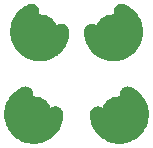
<source format=gbr>
%TF.GenerationSoftware,KiCad,Pcbnew,(5.1.6-0)*%
%TF.CreationDate,2020-12-23T18:17:54-08:00*%
%TF.ProjectId,loco-rollers-n,6c6f636f-2d72-46f6-9c6c-6572732d6e2e,R1*%
%TF.SameCoordinates,PX8f0d180PY7270e00*%
%TF.FileFunction,Soldermask,Bot*%
%TF.FilePolarity,Negative*%
%FSLAX46Y46*%
G04 Gerber Fmt 4.6, Leading zero omitted, Abs format (unit mm)*
G04 Created by KiCad (PCBNEW (5.1.6-0)) date 2020-12-23 18:17:54*
%MOMM*%
%LPD*%
G01*
G04 APERTURE LIST*
%ADD10C,3.000000*%
%ADD11C,0.900000*%
%ADD12C,0.100000*%
G04 APERTURE END LIST*
D10*
%TO.C,H1*%
X3000000Y10250000D03*
D11*
X1710000Y11540000D03*
X4825000Y10250000D03*
X4290000Y8960000D03*
X3000000Y8425000D03*
X1710000Y8960000D03*
X1175000Y10250000D03*
D12*
G36*
X3012720Y7750535D02*
G01*
X2996686Y7750423D01*
X2984474Y7750636D01*
X2806350Y7758102D01*
X2806360Y7758336D01*
X2804608Y7758412D01*
X2804597Y7758182D01*
X2798692Y7758470D01*
X2784730Y7759543D01*
X2768730Y7761225D01*
X2752789Y7762676D01*
X2740654Y7764080D01*
X2564087Y7788895D01*
X2562351Y7789145D01*
X2556481Y7790012D01*
X2542741Y7792435D01*
X2527035Y7795659D01*
X2511246Y7798671D01*
X2499309Y7801252D01*
X2326007Y7843178D01*
X2324297Y7843598D01*
X2318539Y7845034D01*
X2305098Y7848787D01*
X2289775Y7853531D01*
X2274376Y7858063D01*
X2262744Y7861798D01*
X2094359Y7920435D01*
X2092731Y7921008D01*
X2087141Y7922998D01*
X2074096Y7928058D01*
X2059325Y7934268D01*
X2044429Y7940286D01*
X2033214Y7945139D01*
X1871356Y8019927D01*
X1869755Y8020674D01*
X1864386Y8023201D01*
X1851943Y8029487D01*
X1837856Y8037104D01*
X1823594Y8044560D01*
X1812910Y8050482D01*
X1659139Y8140700D01*
X1659324Y8141015D01*
X1657806Y8141881D01*
X1657633Y8141591D01*
X1652552Y8144619D01*
X1640731Y8152119D01*
X1627380Y8161125D01*
X1613999Y8169881D01*
X1603942Y8176819D01*
X1459693Y8281622D01*
X1458309Y8282634D01*
X1453532Y8286155D01*
X1442500Y8294774D01*
X1430135Y8305004D01*
X1417629Y8315059D01*
X1408299Y8322943D01*
X1274965Y8441322D01*
X1273658Y8442490D01*
X1269248Y8446461D01*
X1259142Y8456086D01*
X1247850Y8467458D01*
X1236363Y8478706D01*
X1227844Y8487466D01*
X1106709Y8618281D01*
X1106963Y8618516D01*
X1105786Y8619831D01*
X1105514Y8619582D01*
X1101519Y8623957D01*
X1092393Y8634529D01*
X1082256Y8646959D01*
X1071930Y8659265D01*
X1064312Y8668808D01*
X956511Y8810830D01*
X955476Y8812203D01*
X951921Y8816954D01*
X943855Y8828387D01*
X934976Y8841751D01*
X925904Y8855001D01*
X919252Y8865244D01*
X825824Y9017109D01*
X824924Y9018585D01*
X821850Y9023660D01*
X814945Y9035813D01*
X807398Y9050006D01*
X799676Y9064053D01*
X794053Y9074901D01*
X715900Y9235141D01*
X716381Y9235376D01*
X715634Y9236935D01*
X715146Y9236701D01*
X712590Y9242033D01*
X706886Y9254840D01*
X700764Y9269694D01*
X694450Y9284426D01*
X689913Y9295770D01*
X627762Y9462889D01*
X627166Y9464508D01*
X625136Y9470084D01*
X620720Y9483358D01*
X616090Y9498696D01*
X611229Y9514019D01*
X607821Y9525750D01*
X562275Y9698136D01*
X561837Y9699818D01*
X560361Y9705566D01*
X557265Y9719192D01*
X554150Y9734927D01*
X550811Y9750635D01*
X548564Y9762642D01*
X520057Y9938650D01*
X519785Y9940365D01*
X518877Y9946229D01*
X517126Y9960088D01*
X515559Y9976066D01*
X513770Y9992023D01*
X512706Y10004184D01*
X501511Y10182116D01*
X501840Y10182137D01*
X501749Y10183875D01*
X501408Y10183856D01*
X501077Y10189758D01*
X500685Y10203757D01*
X500685Y10219782D01*
X500461Y10235872D01*
X500589Y10248077D01*
X506811Y10426249D01*
X507054Y10426241D01*
X507133Y10427995D01*
X506879Y10428006D01*
X507126Y10433915D01*
X508101Y10447870D01*
X509669Y10463860D01*
X511012Y10479848D01*
X512330Y10491983D01*
X535911Y10668718D01*
X536149Y10670456D01*
X536975Y10676332D01*
X539303Y10690095D01*
X542430Y10705887D01*
X545318Y10721622D01*
X547816Y10733582D01*
X588531Y10907173D01*
X588932Y10908855D01*
X590327Y10914623D01*
X593990Y10928109D01*
X598621Y10943447D01*
X603057Y10958917D01*
X606709Y10970569D01*
X664170Y11139358D01*
X664744Y11141026D01*
X666696Y11146630D01*
X671651Y11159672D01*
X677775Y11174528D01*
X683671Y11189421D01*
X688446Y11200672D01*
X762103Y11363048D01*
X762820Y11364614D01*
X765309Y11370002D01*
X771527Y11382530D01*
X779079Y11396733D01*
X786404Y11410985D01*
X792249Y11421706D01*
X881400Y11576119D01*
X882254Y11577586D01*
X885256Y11582705D01*
X892682Y11594591D01*
X901567Y11607963D01*
X910254Y11621443D01*
X917121Y11631548D01*
X1020914Y11776526D01*
X1021933Y11777939D01*
X1025421Y11782740D01*
X1033937Y11793798D01*
X1044060Y11806210D01*
X1054065Y11818833D01*
X1061880Y11828212D01*
X1179326Y11962369D01*
X1180493Y11963693D01*
X1184433Y11968130D01*
X1193975Y11978290D01*
X1205297Y11989691D01*
X1216442Y12001232D01*
X1225136Y12009806D01*
X1355101Y12131851D01*
X1355260Y12131682D01*
X1356539Y12132850D01*
X1356369Y12133033D01*
X1360712Y12137056D01*
X1371252Y12146285D01*
X1383646Y12156538D01*
X1395846Y12166920D01*
X1405334Y12174603D01*
X1546582Y12283378D01*
X1546799Y12283097D01*
X1548188Y12284186D01*
X1547986Y12284452D01*
X1552695Y12288027D01*
X1564062Y12296166D01*
X1577377Y12305147D01*
X1590560Y12314309D01*
X1600750Y12321027D01*
X1751954Y12415511D01*
X1752257Y12415027D01*
X1753721Y12416022D01*
X1753460Y12416446D01*
X1758506Y12419550D01*
X1770585Y12426523D01*
X1784649Y12434127D01*
X1798723Y12441993D01*
X1809528Y12447689D01*
X1969236Y12526968D01*
X1970804Y12527740D01*
X1976137Y12530341D01*
X1988845Y12536106D01*
X1991433Y12537194D01*
X1993968Y12538422D01*
X2005082Y12543475D01*
X2037322Y12557193D01*
X2038930Y12557870D01*
X2044406Y12560155D01*
X2057441Y12565172D01*
X2096594Y12578997D01*
X2119986Y12585992D01*
X2160301Y12595932D01*
X2184276Y12600614D01*
X2225369Y12606572D01*
X2249681Y12608892D01*
X2291158Y12610812D01*
X2315590Y12610747D01*
X2357058Y12608609D01*
X2381353Y12606163D01*
X2422414Y12599990D01*
X2446365Y12595182D01*
X2486627Y12585031D01*
X2509987Y12577911D01*
X2549067Y12563880D01*
X2571628Y12554512D01*
X2609152Y12536734D01*
X2630688Y12525210D01*
X2666298Y12503855D01*
X2686604Y12490287D01*
X2719961Y12465559D01*
X2738854Y12450068D01*
X2769637Y12422203D01*
X2786919Y12404950D01*
X2814837Y12374214D01*
X2830354Y12355357D01*
X2855140Y12322044D01*
X2868748Y12301754D01*
X2890164Y12266181D01*
X2901723Y12244668D01*
X2919566Y12207175D01*
X2928973Y12184632D01*
X2943072Y12145576D01*
X2950234Y12122224D01*
X2960454Y12081980D01*
X2965301Y12058045D01*
X2971546Y12016995D01*
X2974036Y11992695D01*
X2976245Y11951231D01*
X2976351Y11926804D01*
X2974503Y11885323D01*
X2972226Y11861011D01*
X2966340Y11819908D01*
X2961699Y11795921D01*
X2951829Y11755589D01*
X2944873Y11732180D01*
X2931115Y11693003D01*
X2921904Y11670377D01*
X2904388Y11632730D01*
X2893017Y11611117D01*
X2871911Y11575358D01*
X2858484Y11554956D01*
X2833990Y11521428D01*
X2818632Y11502430D01*
X2790983Y11471453D01*
X2773854Y11454053D01*
X2743315Y11425921D01*
X2724557Y11410264D01*
X2691417Y11385247D01*
X2671233Y11371505D01*
X2635810Y11349840D01*
X2614371Y11338127D01*
X2577003Y11320023D01*
X2565880Y11314966D01*
X2551811Y11308980D01*
X2439355Y11253156D01*
X2344133Y11193654D01*
X2255183Y11125154D01*
X2173346Y11048304D01*
X2099390Y10963825D01*
X2034022Y10872520D01*
X1977890Y10775297D01*
X1931509Y10673051D01*
X1895324Y10566760D01*
X1869688Y10457458D01*
X1854837Y10346159D01*
X1850919Y10233954D01*
X1857970Y10121898D01*
X1875919Y10011071D01*
X1904602Y9902513D01*
X1943734Y9797290D01*
X1992956Y9696370D01*
X2051786Y9600743D01*
X2119668Y9511312D01*
X2195949Y9428935D01*
X2279910Y9354392D01*
X2370743Y9288397D01*
X2467587Y9231579D01*
X2569502Y9184487D01*
X2675540Y9147561D01*
X2784660Y9121163D01*
X2895848Y9105536D01*
X3008026Y9100835D01*
X3120124Y9107103D01*
X3231067Y9124277D01*
X3339830Y9152202D01*
X3445333Y9190602D01*
X3546586Y9239115D01*
X3642619Y9297274D01*
X3732518Y9364526D01*
X3815434Y9440240D01*
X3890562Y9523678D01*
X3957186Y9614044D01*
X4014679Y9710490D01*
X4062479Y9812069D01*
X4100144Y9917846D01*
X4127308Y10026792D01*
X4143707Y10137851D01*
X4150805Y10282974D01*
X4150896Y10284706D01*
X4151227Y10290631D01*
X4152396Y10304557D01*
X4157025Y10345820D01*
X4160930Y10369927D01*
X4169563Y10410542D01*
X4175802Y10434155D01*
X4188357Y10473734D01*
X4196871Y10496628D01*
X4213228Y10534792D01*
X4223936Y10556746D01*
X4243940Y10593133D01*
X4256738Y10613936D01*
X4280197Y10648197D01*
X4294964Y10667652D01*
X4321654Y10699460D01*
X4338249Y10717381D01*
X4367915Y10746432D01*
X4386177Y10762646D01*
X4418537Y10788665D01*
X4438306Y10803028D01*
X4473051Y10825763D01*
X4494107Y10838116D01*
X4530904Y10857354D01*
X4553082Y10867602D01*
X4591580Y10883156D01*
X4614650Y10891190D01*
X4654484Y10902913D01*
X4678216Y10908654D01*
X4719002Y10916435D01*
X4743195Y10919835D01*
X4784547Y10923598D01*
X4808943Y10924621D01*
X4850464Y10924332D01*
X4874860Y10922968D01*
X4916155Y10918627D01*
X4940293Y10914890D01*
X4980967Y10906540D01*
X5004616Y10900468D01*
X5044282Y10888190D01*
X5067237Y10879835D01*
X5105514Y10863745D01*
X5127542Y10853191D01*
X5164067Y10833442D01*
X5184958Y10820790D01*
X5219382Y10797571D01*
X5238945Y10782936D01*
X5270938Y10756468D01*
X5288965Y10740008D01*
X5318224Y10710546D01*
X5334578Y10692382D01*
X5360820Y10660204D01*
X5375307Y10640554D01*
X5398286Y10605969D01*
X5410794Y10584988D01*
X5430288Y10548326D01*
X5440690Y10526219D01*
X5456512Y10487830D01*
X5464703Y10464829D01*
X5476705Y10425079D01*
X5482615Y10401376D01*
X5490680Y10360645D01*
X5494248Y10336482D01*
X5498300Y10295157D01*
X5499493Y10270761D01*
X5499493Y10229239D01*
X5499195Y10217027D01*
X5490485Y10038938D01*
X5490394Y10037205D01*
X5490063Y10031280D01*
X5488894Y10017360D01*
X5487104Y10001401D01*
X5485537Y9985423D01*
X5484049Y9973304D01*
X5458002Y9796915D01*
X5457740Y9795181D01*
X5456832Y9789317D01*
X5454312Y9775590D01*
X5450982Y9759924D01*
X5447859Y9744151D01*
X5445193Y9732225D01*
X5402058Y9559220D01*
X5401626Y9557511D01*
X5400150Y9551764D01*
X5396304Y9538356D01*
X5391455Y9523073D01*
X5386814Y9507698D01*
X5382998Y9496089D01*
X5323191Y9328130D01*
X5322994Y9328200D01*
X5322407Y9326539D01*
X5322593Y9326471D01*
X5320570Y9320912D01*
X5315423Y9307910D01*
X5309097Y9293152D01*
X5302984Y9278321D01*
X5298055Y9267145D01*
X5222138Y9105814D01*
X5221480Y9106124D01*
X5220907Y9104452D01*
X5221383Y9104224D01*
X5218823Y9098881D01*
X5212442Y9086466D01*
X5204733Y9072444D01*
X5197172Y9058224D01*
X5191177Y9047585D01*
X5099879Y8894431D01*
X5098983Y8892939D01*
X5095909Y8887863D01*
X5088344Y8876125D01*
X5079271Y8862874D01*
X5070389Y8849506D01*
X5063384Y8839502D01*
X4957577Y8695989D01*
X4956536Y8694587D01*
X4952981Y8689835D01*
X4944310Y8678895D01*
X4933977Y8666581D01*
X4923847Y8654160D01*
X4915898Y8644885D01*
X4796603Y8512394D01*
X4796559Y8512433D01*
X4795366Y8511087D01*
X4795394Y8511061D01*
X4791404Y8506692D01*
X4781719Y8496663D01*
X4770295Y8485475D01*
X4758932Y8474034D01*
X4750123Y8465587D01*
X4618456Y8345357D01*
X4617167Y8344188D01*
X4612757Y8340217D01*
X4602122Y8331166D01*
X4589568Y8321072D01*
X4577231Y8310867D01*
X4567640Y8303319D01*
X4424868Y8196512D01*
X4423489Y8195488D01*
X4418713Y8191966D01*
X4407215Y8183974D01*
X4393772Y8175178D01*
X4380490Y8166219D01*
X4370195Y8159635D01*
X4217697Y8067279D01*
X4217592Y8067452D01*
X4216079Y8066530D01*
X4216177Y8066366D01*
X4211098Y8063338D01*
X4198903Y8056522D01*
X4184680Y8049086D01*
X4170542Y8041443D01*
X4159671Y8035904D01*
X3998883Y7958867D01*
X3998857Y7958921D01*
X3997256Y7958165D01*
X3997283Y7958108D01*
X3991921Y7955585D01*
X3979126Y7949995D01*
X3964226Y7943975D01*
X3949457Y7937767D01*
X3938081Y7933308D01*
X3770550Y7872331D01*
X3770525Y7872401D01*
X3768843Y7871794D01*
X3768867Y7871725D01*
X3763298Y7869742D01*
X3750023Y7865429D01*
X3734671Y7860910D01*
X3719281Y7856147D01*
X3707534Y7852823D01*
X3534846Y7808484D01*
X3534782Y7808734D01*
X3533096Y7808345D01*
X3533167Y7808060D01*
X3527428Y7806628D01*
X3513742Y7803618D01*
X3497957Y7800607D01*
X3482248Y7797383D01*
X3470230Y7795221D01*
X3294047Y7767947D01*
X3294017Y7768144D01*
X3292303Y7767872D01*
X3292330Y7767687D01*
X3286472Y7766821D01*
X3272566Y7765162D01*
X3256566Y7763706D01*
X3240615Y7762030D01*
X3228446Y7761051D01*
X3050436Y7751098D01*
X3050409Y7751574D01*
X3048685Y7751467D01*
X3048708Y7751007D01*
X3042803Y7750717D01*
X3028785Y7750422D01*
X3012720Y7750535D01*
G37*
%TD*%
D10*
%TO.C,H2*%
X2500000Y3250000D03*
D11*
X1210000Y4540000D03*
X4325000Y3250000D03*
X3790000Y1960000D03*
X2500000Y1425000D03*
X1210000Y1960000D03*
X675000Y3250000D03*
D12*
G36*
X2512720Y750535D02*
G01*
X2496686Y750423D01*
X2484474Y750636D01*
X2306350Y758102D01*
X2306360Y758336D01*
X2304608Y758412D01*
X2304597Y758182D01*
X2298692Y758470D01*
X2284730Y759543D01*
X2268730Y761225D01*
X2252789Y762676D01*
X2240654Y764080D01*
X2064087Y788895D01*
X2062351Y789145D01*
X2056481Y790012D01*
X2042741Y792435D01*
X2027035Y795659D01*
X2011246Y798671D01*
X1999309Y801252D01*
X1826007Y843178D01*
X1824297Y843598D01*
X1818539Y845034D01*
X1805098Y848787D01*
X1789775Y853531D01*
X1774376Y858063D01*
X1762744Y861798D01*
X1594359Y920435D01*
X1592731Y921008D01*
X1587141Y922998D01*
X1574096Y928058D01*
X1559325Y934268D01*
X1544429Y940286D01*
X1533214Y945139D01*
X1371356Y1019927D01*
X1369755Y1020674D01*
X1364386Y1023201D01*
X1351943Y1029487D01*
X1337856Y1037104D01*
X1323594Y1044560D01*
X1312910Y1050482D01*
X1159139Y1140700D01*
X1159324Y1141015D01*
X1157806Y1141881D01*
X1157633Y1141591D01*
X1152552Y1144619D01*
X1140731Y1152119D01*
X1127380Y1161125D01*
X1113999Y1169881D01*
X1103942Y1176819D01*
X959693Y1281622D01*
X958309Y1282634D01*
X953532Y1286155D01*
X942500Y1294774D01*
X930135Y1305004D01*
X917629Y1315059D01*
X908299Y1322943D01*
X774965Y1441322D01*
X773658Y1442490D01*
X769248Y1446461D01*
X759142Y1456086D01*
X747850Y1467458D01*
X736363Y1478706D01*
X727844Y1487466D01*
X606709Y1618281D01*
X606963Y1618516D01*
X605786Y1619831D01*
X605514Y1619582D01*
X601519Y1623957D01*
X592393Y1634529D01*
X582256Y1646959D01*
X571930Y1659265D01*
X564312Y1668808D01*
X456511Y1810830D01*
X455476Y1812203D01*
X451921Y1816954D01*
X443855Y1828387D01*
X434976Y1841751D01*
X425904Y1855001D01*
X419252Y1865244D01*
X325824Y2017109D01*
X324924Y2018585D01*
X321850Y2023660D01*
X314945Y2035813D01*
X307398Y2050006D01*
X299676Y2064053D01*
X294053Y2074901D01*
X215900Y2235141D01*
X216381Y2235376D01*
X215634Y2236935D01*
X215146Y2236701D01*
X212590Y2242033D01*
X206886Y2254840D01*
X200764Y2269694D01*
X194450Y2284426D01*
X189913Y2295770D01*
X127762Y2462889D01*
X127166Y2464508D01*
X125136Y2470084D01*
X120720Y2483358D01*
X116090Y2498696D01*
X111229Y2514019D01*
X107821Y2525750D01*
X62275Y2698136D01*
X61837Y2699818D01*
X60361Y2705566D01*
X57265Y2719192D01*
X54150Y2734927D01*
X50811Y2750635D01*
X48564Y2762642D01*
X20057Y2938650D01*
X19785Y2940365D01*
X18877Y2946229D01*
X17126Y2960088D01*
X15559Y2976066D01*
X13770Y2992023D01*
X12706Y3004184D01*
X1511Y3182116D01*
X1840Y3182137D01*
X1749Y3183875D01*
X1408Y3183856D01*
X1077Y3189758D01*
X685Y3203757D01*
X685Y3219782D01*
X461Y3235872D01*
X589Y3248077D01*
X6811Y3426249D01*
X7054Y3426241D01*
X7133Y3427995D01*
X6879Y3428006D01*
X7126Y3433915D01*
X8101Y3447870D01*
X9669Y3463860D01*
X11012Y3479848D01*
X12330Y3491983D01*
X35911Y3668718D01*
X36149Y3670456D01*
X36975Y3676332D01*
X39303Y3690095D01*
X42430Y3705887D01*
X45318Y3721622D01*
X47816Y3733582D01*
X88531Y3907173D01*
X88932Y3908855D01*
X90327Y3914623D01*
X93990Y3928109D01*
X98621Y3943447D01*
X103057Y3958917D01*
X106709Y3970569D01*
X164170Y4139358D01*
X164744Y4141026D01*
X166696Y4146630D01*
X171651Y4159672D01*
X177775Y4174528D01*
X183671Y4189421D01*
X188446Y4200672D01*
X262103Y4363048D01*
X262820Y4364614D01*
X265309Y4370002D01*
X271527Y4382530D01*
X279079Y4396733D01*
X286404Y4410985D01*
X292249Y4421706D01*
X381400Y4576119D01*
X382254Y4577586D01*
X385256Y4582705D01*
X392682Y4594591D01*
X401567Y4607963D01*
X410254Y4621443D01*
X417121Y4631548D01*
X520914Y4776526D01*
X521933Y4777939D01*
X525421Y4782740D01*
X533937Y4793798D01*
X544060Y4806210D01*
X554065Y4818833D01*
X561880Y4828212D01*
X679326Y4962369D01*
X680493Y4963693D01*
X684433Y4968130D01*
X693975Y4978290D01*
X705297Y4989691D01*
X716442Y5001232D01*
X725136Y5009806D01*
X855101Y5131851D01*
X855260Y5131682D01*
X856539Y5132850D01*
X856369Y5133033D01*
X860712Y5137056D01*
X871252Y5146285D01*
X883646Y5156538D01*
X895846Y5166920D01*
X905334Y5174603D01*
X1046582Y5283378D01*
X1046799Y5283097D01*
X1048188Y5284186D01*
X1047986Y5284452D01*
X1052695Y5288027D01*
X1064062Y5296166D01*
X1077377Y5305147D01*
X1090560Y5314309D01*
X1100750Y5321027D01*
X1251954Y5415511D01*
X1252257Y5415027D01*
X1253721Y5416022D01*
X1253460Y5416446D01*
X1258506Y5419550D01*
X1270585Y5426523D01*
X1284649Y5434127D01*
X1298723Y5441993D01*
X1309528Y5447689D01*
X1469236Y5526968D01*
X1470804Y5527740D01*
X1476137Y5530341D01*
X1488845Y5536106D01*
X1491433Y5537194D01*
X1493968Y5538422D01*
X1505082Y5543475D01*
X1537322Y5557193D01*
X1538930Y5557870D01*
X1544406Y5560155D01*
X1557441Y5565172D01*
X1596594Y5578997D01*
X1619986Y5585992D01*
X1660301Y5595932D01*
X1684276Y5600614D01*
X1725369Y5606572D01*
X1749681Y5608892D01*
X1791158Y5610812D01*
X1815590Y5610747D01*
X1857058Y5608609D01*
X1881353Y5606163D01*
X1922414Y5599990D01*
X1946365Y5595182D01*
X1986627Y5585031D01*
X2009987Y5577911D01*
X2049067Y5563880D01*
X2071628Y5554512D01*
X2109152Y5536734D01*
X2130688Y5525210D01*
X2166298Y5503855D01*
X2186604Y5490287D01*
X2219961Y5465559D01*
X2238854Y5450068D01*
X2269637Y5422203D01*
X2286919Y5404950D01*
X2314837Y5374214D01*
X2330354Y5355357D01*
X2355140Y5322044D01*
X2368748Y5301754D01*
X2390164Y5266181D01*
X2401723Y5244668D01*
X2419566Y5207175D01*
X2428973Y5184632D01*
X2443072Y5145576D01*
X2450234Y5122224D01*
X2460454Y5081980D01*
X2465301Y5058045D01*
X2471546Y5016995D01*
X2474036Y4992695D01*
X2476245Y4951231D01*
X2476351Y4926804D01*
X2474503Y4885323D01*
X2472226Y4861011D01*
X2466340Y4819908D01*
X2461699Y4795921D01*
X2451829Y4755589D01*
X2444873Y4732180D01*
X2431115Y4693003D01*
X2421904Y4670377D01*
X2404388Y4632730D01*
X2393017Y4611117D01*
X2371911Y4575358D01*
X2358484Y4554956D01*
X2333990Y4521428D01*
X2318632Y4502430D01*
X2290983Y4471453D01*
X2273854Y4454053D01*
X2243315Y4425921D01*
X2224557Y4410264D01*
X2191417Y4385247D01*
X2171233Y4371505D01*
X2135810Y4349840D01*
X2114371Y4338127D01*
X2077003Y4320023D01*
X2065880Y4314966D01*
X2051811Y4308980D01*
X1939355Y4253156D01*
X1844133Y4193654D01*
X1755183Y4125154D01*
X1673346Y4048304D01*
X1599390Y3963825D01*
X1534022Y3872520D01*
X1477890Y3775297D01*
X1431509Y3673051D01*
X1395324Y3566760D01*
X1369688Y3457458D01*
X1354837Y3346159D01*
X1350919Y3233954D01*
X1357970Y3121898D01*
X1375919Y3011071D01*
X1404602Y2902513D01*
X1443734Y2797290D01*
X1492956Y2696370D01*
X1551786Y2600743D01*
X1619668Y2511312D01*
X1695949Y2428935D01*
X1779910Y2354392D01*
X1870743Y2288397D01*
X1967587Y2231579D01*
X2069502Y2184487D01*
X2175540Y2147561D01*
X2284660Y2121163D01*
X2395848Y2105536D01*
X2508026Y2100835D01*
X2620124Y2107103D01*
X2731067Y2124277D01*
X2839830Y2152202D01*
X2945333Y2190602D01*
X3046586Y2239115D01*
X3142619Y2297274D01*
X3232518Y2364526D01*
X3315434Y2440240D01*
X3390562Y2523678D01*
X3457186Y2614044D01*
X3514679Y2710490D01*
X3562479Y2812069D01*
X3600144Y2917846D01*
X3627308Y3026792D01*
X3643707Y3137851D01*
X3650805Y3282974D01*
X3650896Y3284706D01*
X3651227Y3290631D01*
X3652396Y3304557D01*
X3657025Y3345820D01*
X3660930Y3369927D01*
X3669563Y3410542D01*
X3675802Y3434155D01*
X3688357Y3473734D01*
X3696871Y3496628D01*
X3713228Y3534792D01*
X3723936Y3556746D01*
X3743940Y3593133D01*
X3756738Y3613936D01*
X3780197Y3648197D01*
X3794964Y3667652D01*
X3821654Y3699460D01*
X3838249Y3717381D01*
X3867915Y3746432D01*
X3886177Y3762646D01*
X3918537Y3788665D01*
X3938306Y3803028D01*
X3973051Y3825763D01*
X3994107Y3838116D01*
X4030904Y3857354D01*
X4053082Y3867602D01*
X4091580Y3883156D01*
X4114650Y3891190D01*
X4154484Y3902913D01*
X4178216Y3908654D01*
X4219002Y3916435D01*
X4243195Y3919835D01*
X4284547Y3923598D01*
X4308943Y3924621D01*
X4350464Y3924332D01*
X4374860Y3922968D01*
X4416155Y3918627D01*
X4440293Y3914890D01*
X4480967Y3906540D01*
X4504616Y3900468D01*
X4544282Y3888190D01*
X4567237Y3879835D01*
X4605514Y3863745D01*
X4627542Y3853191D01*
X4664067Y3833442D01*
X4684958Y3820790D01*
X4719382Y3797571D01*
X4738945Y3782936D01*
X4770938Y3756468D01*
X4788965Y3740008D01*
X4818224Y3710546D01*
X4834578Y3692382D01*
X4860820Y3660204D01*
X4875307Y3640554D01*
X4898286Y3605969D01*
X4910794Y3584988D01*
X4930288Y3548326D01*
X4940690Y3526219D01*
X4956512Y3487830D01*
X4964703Y3464829D01*
X4976705Y3425079D01*
X4982615Y3401376D01*
X4990680Y3360645D01*
X4994248Y3336482D01*
X4998300Y3295157D01*
X4999493Y3270761D01*
X4999493Y3229239D01*
X4999195Y3217027D01*
X4990485Y3038938D01*
X4990394Y3037205D01*
X4990063Y3031280D01*
X4988894Y3017360D01*
X4987104Y3001401D01*
X4985537Y2985423D01*
X4984049Y2973304D01*
X4958002Y2796915D01*
X4957740Y2795181D01*
X4956832Y2789317D01*
X4954312Y2775590D01*
X4950982Y2759924D01*
X4947859Y2744151D01*
X4945193Y2732225D01*
X4902058Y2559220D01*
X4901626Y2557511D01*
X4900150Y2551764D01*
X4896304Y2538356D01*
X4891455Y2523073D01*
X4886814Y2507698D01*
X4882998Y2496089D01*
X4823191Y2328130D01*
X4822994Y2328200D01*
X4822407Y2326539D01*
X4822593Y2326471D01*
X4820570Y2320912D01*
X4815423Y2307910D01*
X4809097Y2293152D01*
X4802984Y2278321D01*
X4798055Y2267145D01*
X4722138Y2105814D01*
X4721480Y2106124D01*
X4720907Y2104452D01*
X4721383Y2104224D01*
X4718823Y2098881D01*
X4712442Y2086466D01*
X4704733Y2072444D01*
X4697172Y2058224D01*
X4691177Y2047585D01*
X4599879Y1894431D01*
X4598983Y1892939D01*
X4595909Y1887863D01*
X4588344Y1876125D01*
X4579271Y1862874D01*
X4570389Y1849506D01*
X4563384Y1839502D01*
X4457577Y1695989D01*
X4456536Y1694587D01*
X4452981Y1689835D01*
X4444310Y1678895D01*
X4433977Y1666581D01*
X4423847Y1654160D01*
X4415898Y1644885D01*
X4296603Y1512394D01*
X4296559Y1512433D01*
X4295366Y1511087D01*
X4295394Y1511061D01*
X4291404Y1506692D01*
X4281719Y1496663D01*
X4270295Y1485475D01*
X4258932Y1474034D01*
X4250123Y1465587D01*
X4118456Y1345357D01*
X4117167Y1344188D01*
X4112757Y1340217D01*
X4102122Y1331166D01*
X4089568Y1321072D01*
X4077231Y1310867D01*
X4067640Y1303319D01*
X3924868Y1196512D01*
X3923489Y1195488D01*
X3918713Y1191966D01*
X3907215Y1183974D01*
X3893772Y1175178D01*
X3880490Y1166219D01*
X3870195Y1159635D01*
X3717697Y1067279D01*
X3717592Y1067452D01*
X3716079Y1066530D01*
X3716177Y1066366D01*
X3711098Y1063338D01*
X3698903Y1056522D01*
X3684680Y1049086D01*
X3670542Y1041443D01*
X3659671Y1035904D01*
X3498883Y958867D01*
X3498857Y958921D01*
X3497256Y958165D01*
X3497283Y958108D01*
X3491921Y955585D01*
X3479126Y949995D01*
X3464226Y943975D01*
X3449457Y937767D01*
X3438081Y933308D01*
X3270550Y872331D01*
X3270525Y872401D01*
X3268843Y871794D01*
X3268867Y871725D01*
X3263298Y869742D01*
X3250023Y865429D01*
X3234671Y860910D01*
X3219281Y856147D01*
X3207534Y852823D01*
X3034846Y808484D01*
X3034782Y808734D01*
X3033096Y808345D01*
X3033167Y808060D01*
X3027428Y806628D01*
X3013742Y803618D01*
X2997957Y800607D01*
X2982248Y797383D01*
X2970230Y795221D01*
X2794047Y767947D01*
X2794017Y768144D01*
X2792303Y767872D01*
X2792330Y767687D01*
X2786472Y766821D01*
X2772566Y765162D01*
X2756566Y763706D01*
X2740615Y762030D01*
X2728446Y761051D01*
X2550436Y751098D01*
X2550409Y751574D01*
X2548685Y751467D01*
X2548708Y751007D01*
X2542803Y750717D01*
X2528785Y750422D01*
X2512720Y750535D01*
G37*
%TD*%
%TO.C,H3*%
G36*
X9970334Y12610536D02*
G01*
X9994730Y12609300D01*
X10036047Y12605176D01*
X10060203Y12601566D01*
X10100920Y12593430D01*
X10124610Y12587479D01*
X10164340Y12575408D01*
X10187337Y12567174D01*
X10225698Y12551284D01*
X10236865Y12546335D01*
X10398064Y12470136D01*
X10399627Y12469391D01*
X10404974Y12466818D01*
X10417401Y12460404D01*
X10431448Y12452649D01*
X10445601Y12445092D01*
X10456234Y12439076D01*
X10609221Y12347516D01*
X10609074Y12347270D01*
X10610526Y12346362D01*
X10610689Y12346630D01*
X10615749Y12343555D01*
X10627523Y12335940D01*
X10640758Y12326843D01*
X10654102Y12317944D01*
X10664097Y12310919D01*
X10807426Y12204861D01*
X10808814Y12203826D01*
X10813560Y12200263D01*
X10824500Y12191562D01*
X10836784Y12181218D01*
X10849201Y12171054D01*
X10858459Y12163090D01*
X10990738Y12043566D01*
X10990646Y12043464D01*
X10991999Y12042305D01*
X10992057Y12042368D01*
X10996419Y12038371D01*
X11006452Y12028648D01*
X11017643Y12017179D01*
X11029025Y12005837D01*
X11037464Y11997006D01*
X11157464Y11865129D01*
X11158638Y11863830D01*
X11162601Y11859413D01*
X11171632Y11848764D01*
X11181681Y11836220D01*
X11191875Y11823854D01*
X11199415Y11814238D01*
X11305964Y11671290D01*
X11305511Y11670953D01*
X11306563Y11669590D01*
X11306990Y11669904D01*
X11310496Y11665133D01*
X11318477Y11653608D01*
X11327223Y11640190D01*
X11336188Y11626849D01*
X11342752Y11616546D01*
X11434845Y11463882D01*
X11434635Y11463755D01*
X11435538Y11462261D01*
X11435742Y11462382D01*
X11438766Y11457290D01*
X11445568Y11445071D01*
X11452987Y11430820D01*
X11460591Y11416696D01*
X11466115Y11405807D01*
X11542872Y11244883D01*
X11542199Y11244562D01*
X11542903Y11243019D01*
X11543599Y11243345D01*
X11546112Y11237984D01*
X11551710Y11225114D01*
X11557690Y11210236D01*
X11563889Y11195418D01*
X11568327Y11184034D01*
X11629017Y11016378D01*
X11629600Y11014751D01*
X11631581Y11009158D01*
X11635879Y10995853D01*
X11640380Y10980461D01*
X11645103Y10965107D01*
X11648408Y10953347D01*
X11692448Y10780570D01*
X11692868Y10778900D01*
X11694294Y10773140D01*
X11697275Y10759466D01*
X11700244Y10743747D01*
X11703453Y10727977D01*
X11705596Y10715948D01*
X11732566Y10539697D01*
X11732821Y10537986D01*
X11733678Y10532114D01*
X11735310Y10518224D01*
X11736731Y10502300D01*
X11738386Y10486282D01*
X11739344Y10474102D01*
X11748986Y10296077D01*
X11748605Y10296056D01*
X11748703Y10294300D01*
X11749075Y10294318D01*
X11749354Y10288414D01*
X11749623Y10274422D01*
X11749483Y10258431D01*
X11749567Y10242323D01*
X11749332Y10230112D01*
X11741555Y10052000D01*
X11741276Y10052012D01*
X11741194Y10050283D01*
X11741473Y10050269D01*
X11741175Y10044362D01*
X11740076Y10030376D01*
X11738366Y10014382D01*
X11736888Y9998451D01*
X11735463Y9986315D01*
X11710342Y9809808D01*
X11709961Y9809862D01*
X11709735Y9808105D01*
X11710086Y9808053D01*
X11709211Y9802198D01*
X11706761Y9788445D01*
X11703524Y9772815D01*
X11700473Y9756973D01*
X11697871Y9745039D01*
X11655643Y9571809D01*
X11655229Y9570135D01*
X11653784Y9564380D01*
X11649998Y9550911D01*
X11645211Y9535543D01*
X11640664Y9520194D01*
X11636912Y9508575D01*
X11577982Y9340295D01*
X11577404Y9338665D01*
X11575404Y9333078D01*
X11570328Y9320055D01*
X11564051Y9305196D01*
X11558037Y9290386D01*
X11553169Y9279191D01*
X11478097Y9117463D01*
X11477357Y9115883D01*
X11474821Y9110518D01*
X11468502Y9098063D01*
X11460833Y9083940D01*
X11453383Y9069749D01*
X11447442Y9059075D01*
X11356947Y8905445D01*
X11356065Y8903960D01*
X11353018Y8898868D01*
X11345506Y8887075D01*
X11336518Y8873800D01*
X11327696Y8860370D01*
X11320742Y8850328D01*
X11215689Y8706263D01*
X11214662Y8704865D01*
X11211132Y8700094D01*
X11202509Y8689095D01*
X11192229Y8676713D01*
X11182173Y8664251D01*
X11174275Y8654938D01*
X11055674Y8521823D01*
X11055620Y8521871D01*
X11054440Y8520526D01*
X11054479Y8520491D01*
X11050512Y8516101D01*
X11040872Y8506014D01*
X11029479Y8494740D01*
X11018208Y8483271D01*
X11009440Y8474775D01*
X10878415Y8353868D01*
X10878270Y8354025D01*
X10876986Y8352845D01*
X10877129Y8352688D01*
X10872754Y8348706D01*
X10862142Y8339578D01*
X10849662Y8329436D01*
X10837372Y8319160D01*
X10827811Y8311554D01*
X10685600Y8204001D01*
X10684191Y8202943D01*
X10679433Y8199397D01*
X10668019Y8191376D01*
X10654655Y8182531D01*
X10641378Y8173474D01*
X10631120Y8166837D01*
X10479113Y8073688D01*
X10478987Y8073893D01*
X10477488Y8072986D01*
X10477614Y8072777D01*
X10472553Y8069723D01*
X10460366Y8062827D01*
X10446175Y8055313D01*
X10432104Y8047610D01*
X10421249Y8042007D01*
X10260863Y7964128D01*
X10260447Y7964984D01*
X10258915Y7964206D01*
X10259309Y7963380D01*
X10253965Y7960830D01*
X10241161Y7955155D01*
X10226267Y7949047D01*
X10211541Y7942766D01*
X10200195Y7938250D01*
X10032983Y7876397D01*
X10032873Y7876694D01*
X10031230Y7876044D01*
X10031322Y7875789D01*
X10025756Y7873774D01*
X10012494Y7869388D01*
X9997148Y7864784D01*
X9981809Y7859948D01*
X9970075Y7856561D01*
X9797625Y7811320D01*
X9797557Y7811580D01*
X9795866Y7811107D01*
X9795924Y7810879D01*
X9790199Y7809419D01*
X9776546Y7806342D01*
X9760774Y7803248D01*
X9745084Y7799942D01*
X9733077Y7797716D01*
X9557040Y7769520D01*
X9557015Y7769678D01*
X9555271Y7769418D01*
X9555297Y7769248D01*
X9549444Y7768352D01*
X9535570Y7766623D01*
X9519549Y7765081D01*
X9503645Y7763325D01*
X9491476Y7762281D01*
X9313521Y7751396D01*
X9313495Y7751822D01*
X9311773Y7751721D01*
X9311796Y7751297D01*
X9305893Y7750976D01*
X9291868Y7750607D01*
X9275800Y7750636D01*
X9259779Y7750440D01*
X9247561Y7750589D01*
X9069379Y7757123D01*
X9067630Y7757193D01*
X9061701Y7757452D01*
X9047773Y7758451D01*
X9031803Y7760046D01*
X9015817Y7761416D01*
X9003673Y7762756D01*
X8826979Y7786646D01*
X8825256Y7786885D01*
X8819381Y7787721D01*
X8805615Y7790074D01*
X8789838Y7793227D01*
X8774083Y7796147D01*
X8762137Y7798664D01*
X8588638Y7839677D01*
X8588672Y7839821D01*
X8586931Y7840232D01*
X8586898Y7840095D01*
X8581155Y7841495D01*
X8567686Y7845180D01*
X8552362Y7849836D01*
X8536901Y7854299D01*
X8525257Y7857970D01*
X8356579Y7915721D01*
X8356643Y7915909D01*
X8354976Y7916498D01*
X8354907Y7916301D01*
X8349324Y7918256D01*
X8336269Y7923241D01*
X8321461Y7929375D01*
X8306532Y7935316D01*
X8295292Y7940110D01*
X8133045Y8014051D01*
X8131484Y8014769D01*
X8126101Y8017267D01*
X8113580Y8023509D01*
X8099379Y8031092D01*
X8085160Y8038431D01*
X8074447Y8044296D01*
X7920196Y8133712D01*
X7920912Y8134946D01*
X7919392Y8135801D01*
X7918682Y8134596D01*
X7913575Y8137604D01*
X7901741Y8145027D01*
X7888385Y8153934D01*
X7874900Y8162659D01*
X7864818Y8169537D01*
X7720022Y8273583D01*
X7720023Y8273585D01*
X7718599Y8274612D01*
X7713813Y8278102D01*
X7702762Y8286644D01*
X7690371Y8296787D01*
X7677781Y8306801D01*
X7668409Y8314638D01*
X7534467Y8432310D01*
X7534956Y8432867D01*
X7533639Y8433991D01*
X7533166Y8433460D01*
X7528747Y8437396D01*
X7518553Y8447002D01*
X7507220Y8458296D01*
X7495659Y8469500D01*
X7487097Y8478213D01*
X7365280Y8608391D01*
X7365442Y8608543D01*
X7364192Y8609786D01*
X7364079Y8609682D01*
X7360062Y8614035D01*
X7350884Y8624556D01*
X7340666Y8636952D01*
X7330284Y8649194D01*
X7322619Y8658693D01*
X7214075Y8800149D01*
X7213026Y8801526D01*
X7209446Y8806259D01*
X7201324Y8817646D01*
X7192393Y8830938D01*
X7183240Y8844156D01*
X7176529Y8854371D01*
X7082318Y9005729D01*
X7082652Y9005937D01*
X7081707Y9007433D01*
X7081387Y9007237D01*
X7078297Y9012279D01*
X7071336Y9024384D01*
X7063735Y9038499D01*
X7055909Y9052562D01*
X7050237Y9063366D01*
X6971237Y9223210D01*
X6970470Y9224777D01*
X6967878Y9230115D01*
X6962130Y9242845D01*
X6955938Y9257648D01*
X6949540Y9272362D01*
X6944942Y9283684D01*
X6881916Y9450475D01*
X6881306Y9452108D01*
X6879247Y9457674D01*
X6874771Y9470898D01*
X6870043Y9486266D01*
X6865115Y9501524D01*
X6861646Y9513234D01*
X6815198Y9685379D01*
X6814751Y9687060D01*
X6813245Y9692800D01*
X6810078Y9706405D01*
X6806876Y9722142D01*
X6803459Y9737815D01*
X6801149Y9749814D01*
X6771721Y9925671D01*
X6771436Y9927411D01*
X6770498Y9933270D01*
X6768679Y9947088D01*
X6767035Y9962998D01*
X6765154Y9979011D01*
X6764027Y9991166D01*
X6751900Y10169054D01*
X6751789Y10170765D01*
X6751426Y10176688D01*
X6750961Y10190687D01*
X6750947Y10193487D01*
X6750784Y10196262D01*
X6750369Y10208471D01*
X6750032Y10243507D01*
X6750021Y10245238D01*
X6750005Y10251172D01*
X6750358Y10265146D01*
X6752567Y10306610D01*
X6755055Y10330899D01*
X6761298Y10371948D01*
X6766148Y10395896D01*
X6776369Y10436142D01*
X6783529Y10459488D01*
X6797627Y10498543D01*
X6807035Y10521090D01*
X6824878Y10558583D01*
X6836435Y10580094D01*
X6857851Y10615668D01*
X6871456Y10635953D01*
X6896241Y10669267D01*
X6911760Y10688127D01*
X6939677Y10718863D01*
X6956965Y10736123D01*
X6987749Y10763988D01*
X7006636Y10779474D01*
X7039992Y10804202D01*
X7060296Y10817770D01*
X7095906Y10839126D01*
X7117450Y10850654D01*
X7154973Y10868431D01*
X7177525Y10877795D01*
X7216605Y10891827D01*
X7239965Y10898948D01*
X7280227Y10909100D01*
X7304178Y10913908D01*
X7345239Y10920082D01*
X7369539Y10922529D01*
X7411006Y10924667D01*
X7435433Y10924732D01*
X7476912Y10922813D01*
X7501231Y10920493D01*
X7542323Y10914535D01*
X7566292Y10909854D01*
X7606607Y10899915D01*
X7630004Y10892919D01*
X7669157Y10879094D01*
X7691765Y10869845D01*
X7729382Y10852265D01*
X7750979Y10840855D01*
X7786701Y10819688D01*
X7807085Y10806222D01*
X7840571Y10781669D01*
X7859528Y10766291D01*
X7890459Y10738590D01*
X7907851Y10721410D01*
X7935929Y10690820D01*
X7951534Y10672058D01*
X7976496Y10638876D01*
X7990214Y10618654D01*
X8011817Y10583194D01*
X8023491Y10561738D01*
X8041530Y10524340D01*
X8051051Y10501856D01*
X8065356Y10462876D01*
X8072643Y10439556D01*
X8083075Y10399365D01*
X8088048Y10375456D01*
X8094509Y10334439D01*
X8097127Y10310146D01*
X8099553Y10268695D01*
X8099968Y10256488D01*
X8100115Y10241200D01*
X8108655Y10115928D01*
X8127187Y10005182D01*
X8156433Y9896792D01*
X8196123Y9791757D01*
X8245867Y9691108D01*
X8305197Y9595788D01*
X8373551Y9506709D01*
X8450254Y9424742D01*
X8534613Y9350630D01*
X8625785Y9285117D01*
X8722925Y9228807D01*
X8825098Y9182244D01*
X8931301Y9145882D01*
X9040576Y9120051D01*
X9151840Y9105007D01*
X9264040Y9100893D01*
X9376107Y9107748D01*
X9486979Y9125505D01*
X9595562Y9153993D01*
X9700867Y9192946D01*
X9801878Y9241995D01*
X9897602Y9300655D01*
X9987149Y9368379D01*
X10069666Y9444523D01*
X10144350Y9528348D01*
X10210504Y9619069D01*
X10267490Y9715810D01*
X10314760Y9817644D01*
X10351866Y9923602D01*
X10378460Y10032698D01*
X10394280Y10143856D01*
X10399178Y10256014D01*
X10393105Y10368123D01*
X10376121Y10479118D01*
X10348392Y10587904D01*
X10310172Y10693485D01*
X10261839Y10794819D01*
X10203846Y10890955D01*
X10136748Y10980975D01*
X10061178Y11064023D01*
X9977881Y11139288D01*
X9887622Y11206077D01*
X9791289Y11263730D01*
X9659929Y11325824D01*
X9658382Y11326562D01*
X9653034Y11329135D01*
X9640592Y11335556D01*
X9604242Y11355624D01*
X9583473Y11368452D01*
X9549253Y11391970D01*
X9529817Y11406776D01*
X9498056Y11433522D01*
X9480168Y11450145D01*
X9451168Y11479862D01*
X9434979Y11498160D01*
X9409018Y11530566D01*
X9394701Y11550345D01*
X9372025Y11585129D01*
X9359700Y11606220D01*
X9340527Y11643051D01*
X9330320Y11665243D01*
X9314833Y11703769D01*
X9306842Y11726846D01*
X9295188Y11766699D01*
X9289485Y11790453D01*
X9281776Y11831254D01*
X9278420Y11855445D01*
X9274729Y11896802D01*
X9273749Y11921211D01*
X9274112Y11962732D01*
X9275518Y11987116D01*
X9279931Y12028403D01*
X9283709Y12052528D01*
X9292129Y12093188D01*
X9298244Y12116834D01*
X9310591Y12156477D01*
X9318985Y12179415D01*
X9335142Y12217665D01*
X9345737Y12239680D01*
X9365551Y12276171D01*
X9378240Y12297039D01*
X9401519Y12331421D01*
X9416180Y12350948D01*
X9442703Y12382896D01*
X9459208Y12400908D01*
X9488722Y12430114D01*
X9506900Y12446424D01*
X9539123Y12472611D01*
X9558807Y12487071D01*
X9593432Y12509989D01*
X9614437Y12522461D01*
X9651133Y12541890D01*
X9673244Y12552247D01*
X9711661Y12568004D01*
X9734702Y12576163D01*
X9774474Y12588093D01*
X9798165Y12593956D01*
X9838910Y12601951D01*
X9863090Y12605479D01*
X9904422Y12609458D01*
X9928813Y12610608D01*
X9970334Y12610536D01*
G37*
D10*
X9250000Y10250000D03*
D11*
X10540000Y11540000D03*
X7425000Y10250000D03*
X7960000Y8960000D03*
X9250000Y8425000D03*
X10540000Y8960000D03*
X11075000Y10250000D03*
%TD*%
D12*
%TO.C,H4*%
G36*
X10470334Y5610536D02*
G01*
X10494730Y5609300D01*
X10536047Y5605176D01*
X10560203Y5601566D01*
X10600920Y5593430D01*
X10624610Y5587479D01*
X10664340Y5575408D01*
X10687337Y5567174D01*
X10725698Y5551284D01*
X10736865Y5546335D01*
X10898064Y5470136D01*
X10899627Y5469391D01*
X10904974Y5466818D01*
X10917401Y5460404D01*
X10931448Y5452649D01*
X10945601Y5445092D01*
X10956234Y5439076D01*
X11109221Y5347516D01*
X11109074Y5347270D01*
X11110526Y5346362D01*
X11110689Y5346630D01*
X11115749Y5343555D01*
X11127523Y5335940D01*
X11140758Y5326843D01*
X11154102Y5317944D01*
X11164097Y5310919D01*
X11307426Y5204861D01*
X11308814Y5203826D01*
X11313560Y5200263D01*
X11324500Y5191562D01*
X11336784Y5181218D01*
X11349201Y5171054D01*
X11358459Y5163090D01*
X11490738Y5043566D01*
X11490646Y5043464D01*
X11491999Y5042305D01*
X11492057Y5042368D01*
X11496419Y5038371D01*
X11506452Y5028648D01*
X11517643Y5017179D01*
X11529025Y5005837D01*
X11537464Y4997006D01*
X11657464Y4865129D01*
X11658638Y4863830D01*
X11662601Y4859413D01*
X11671632Y4848764D01*
X11681681Y4836220D01*
X11691875Y4823854D01*
X11699415Y4814238D01*
X11805964Y4671290D01*
X11805511Y4670953D01*
X11806563Y4669590D01*
X11806990Y4669904D01*
X11810496Y4665133D01*
X11818477Y4653608D01*
X11827223Y4640190D01*
X11836188Y4626849D01*
X11842752Y4616546D01*
X11934845Y4463882D01*
X11934635Y4463755D01*
X11935538Y4462261D01*
X11935742Y4462382D01*
X11938766Y4457290D01*
X11945568Y4445071D01*
X11952987Y4430820D01*
X11960591Y4416696D01*
X11966115Y4405807D01*
X12042872Y4244883D01*
X12042199Y4244562D01*
X12042903Y4243019D01*
X12043599Y4243345D01*
X12046112Y4237984D01*
X12051710Y4225114D01*
X12057690Y4210236D01*
X12063889Y4195418D01*
X12068327Y4184034D01*
X12129017Y4016378D01*
X12129600Y4014751D01*
X12131581Y4009158D01*
X12135879Y3995853D01*
X12140380Y3980461D01*
X12145103Y3965107D01*
X12148408Y3953347D01*
X12192448Y3780570D01*
X12192868Y3778900D01*
X12194294Y3773140D01*
X12197275Y3759466D01*
X12200244Y3743747D01*
X12203453Y3727977D01*
X12205596Y3715948D01*
X12232566Y3539697D01*
X12232821Y3537986D01*
X12233678Y3532114D01*
X12235310Y3518224D01*
X12236731Y3502300D01*
X12238386Y3486282D01*
X12239344Y3474102D01*
X12248986Y3296077D01*
X12248605Y3296056D01*
X12248703Y3294300D01*
X12249075Y3294318D01*
X12249354Y3288414D01*
X12249623Y3274422D01*
X12249483Y3258431D01*
X12249567Y3242323D01*
X12249332Y3230112D01*
X12241555Y3052000D01*
X12241276Y3052012D01*
X12241194Y3050283D01*
X12241473Y3050269D01*
X12241175Y3044362D01*
X12240076Y3030376D01*
X12238366Y3014382D01*
X12236888Y2998451D01*
X12235463Y2986315D01*
X12210342Y2809808D01*
X12209961Y2809862D01*
X12209735Y2808105D01*
X12210086Y2808053D01*
X12209211Y2802198D01*
X12206761Y2788445D01*
X12203524Y2772815D01*
X12200473Y2756973D01*
X12197871Y2745039D01*
X12155643Y2571809D01*
X12155229Y2570135D01*
X12153784Y2564380D01*
X12149998Y2550911D01*
X12145211Y2535543D01*
X12140664Y2520194D01*
X12136912Y2508575D01*
X12077982Y2340295D01*
X12077404Y2338665D01*
X12075404Y2333078D01*
X12070328Y2320055D01*
X12064051Y2305196D01*
X12058037Y2290386D01*
X12053169Y2279191D01*
X11978097Y2117463D01*
X11977357Y2115883D01*
X11974821Y2110518D01*
X11968502Y2098063D01*
X11960833Y2083940D01*
X11953383Y2069749D01*
X11947442Y2059075D01*
X11856947Y1905445D01*
X11856065Y1903960D01*
X11853018Y1898868D01*
X11845506Y1887075D01*
X11836518Y1873800D01*
X11827696Y1860370D01*
X11820742Y1850328D01*
X11715689Y1706263D01*
X11714662Y1704865D01*
X11711132Y1700094D01*
X11702509Y1689095D01*
X11692229Y1676713D01*
X11682173Y1664251D01*
X11674275Y1654938D01*
X11555674Y1521823D01*
X11555620Y1521871D01*
X11554440Y1520526D01*
X11554479Y1520491D01*
X11550512Y1516101D01*
X11540872Y1506014D01*
X11529479Y1494740D01*
X11518208Y1483271D01*
X11509440Y1474775D01*
X11378415Y1353868D01*
X11378270Y1354025D01*
X11376986Y1352845D01*
X11377129Y1352688D01*
X11372754Y1348706D01*
X11362142Y1339578D01*
X11349662Y1329436D01*
X11337372Y1319160D01*
X11327811Y1311554D01*
X11185600Y1204001D01*
X11184191Y1202943D01*
X11179433Y1199397D01*
X11168019Y1191376D01*
X11154655Y1182531D01*
X11141378Y1173474D01*
X11131120Y1166837D01*
X10979113Y1073688D01*
X10978987Y1073893D01*
X10977488Y1072986D01*
X10977614Y1072777D01*
X10972553Y1069723D01*
X10960366Y1062827D01*
X10946175Y1055313D01*
X10932104Y1047610D01*
X10921249Y1042007D01*
X10760863Y964128D01*
X10760447Y964984D01*
X10758915Y964206D01*
X10759309Y963380D01*
X10753965Y960830D01*
X10741161Y955155D01*
X10726267Y949047D01*
X10711541Y942766D01*
X10700195Y938250D01*
X10532983Y876397D01*
X10532873Y876694D01*
X10531230Y876044D01*
X10531322Y875789D01*
X10525756Y873774D01*
X10512494Y869388D01*
X10497148Y864784D01*
X10481809Y859948D01*
X10470075Y856561D01*
X10297625Y811320D01*
X10297557Y811580D01*
X10295866Y811107D01*
X10295924Y810879D01*
X10290199Y809419D01*
X10276546Y806342D01*
X10260774Y803248D01*
X10245084Y799942D01*
X10233077Y797716D01*
X10057040Y769520D01*
X10057015Y769678D01*
X10055271Y769418D01*
X10055297Y769248D01*
X10049444Y768352D01*
X10035570Y766623D01*
X10019549Y765081D01*
X10003645Y763325D01*
X9991476Y762281D01*
X9813521Y751396D01*
X9813495Y751822D01*
X9811773Y751721D01*
X9811796Y751297D01*
X9805893Y750976D01*
X9791868Y750607D01*
X9775800Y750636D01*
X9759779Y750440D01*
X9747561Y750589D01*
X9569379Y757123D01*
X9567630Y757193D01*
X9561701Y757452D01*
X9547773Y758451D01*
X9531803Y760046D01*
X9515817Y761416D01*
X9503673Y762756D01*
X9326979Y786646D01*
X9325256Y786885D01*
X9319381Y787721D01*
X9305615Y790074D01*
X9289838Y793227D01*
X9274083Y796147D01*
X9262137Y798664D01*
X9088638Y839677D01*
X9088672Y839821D01*
X9086931Y840232D01*
X9086898Y840095D01*
X9081155Y841495D01*
X9067686Y845180D01*
X9052362Y849836D01*
X9036901Y854299D01*
X9025257Y857970D01*
X8856579Y915721D01*
X8856643Y915909D01*
X8854976Y916498D01*
X8854907Y916301D01*
X8849324Y918256D01*
X8836269Y923241D01*
X8821461Y929375D01*
X8806532Y935316D01*
X8795292Y940110D01*
X8633045Y1014051D01*
X8631484Y1014769D01*
X8626101Y1017267D01*
X8613580Y1023509D01*
X8599379Y1031092D01*
X8585160Y1038431D01*
X8574447Y1044296D01*
X8420196Y1133712D01*
X8420912Y1134946D01*
X8419392Y1135801D01*
X8418682Y1134596D01*
X8413575Y1137604D01*
X8401741Y1145027D01*
X8388385Y1153934D01*
X8374900Y1162659D01*
X8364818Y1169537D01*
X8220022Y1273583D01*
X8220023Y1273585D01*
X8218599Y1274612D01*
X8213813Y1278102D01*
X8202762Y1286644D01*
X8190371Y1296787D01*
X8177781Y1306801D01*
X8168409Y1314638D01*
X8034467Y1432310D01*
X8034956Y1432867D01*
X8033639Y1433991D01*
X8033166Y1433460D01*
X8028747Y1437396D01*
X8018553Y1447002D01*
X8007220Y1458296D01*
X7995659Y1469500D01*
X7987097Y1478213D01*
X7865280Y1608391D01*
X7865442Y1608543D01*
X7864192Y1609786D01*
X7864079Y1609682D01*
X7860062Y1614035D01*
X7850884Y1624556D01*
X7840666Y1636952D01*
X7830284Y1649194D01*
X7822619Y1658693D01*
X7714075Y1800149D01*
X7713026Y1801526D01*
X7709446Y1806259D01*
X7701324Y1817646D01*
X7692393Y1830938D01*
X7683240Y1844156D01*
X7676529Y1854371D01*
X7582318Y2005729D01*
X7582652Y2005937D01*
X7581707Y2007433D01*
X7581387Y2007237D01*
X7578297Y2012279D01*
X7571336Y2024384D01*
X7563735Y2038499D01*
X7555909Y2052562D01*
X7550237Y2063366D01*
X7471237Y2223210D01*
X7470470Y2224777D01*
X7467878Y2230115D01*
X7462130Y2242845D01*
X7455938Y2257648D01*
X7449540Y2272362D01*
X7444942Y2283684D01*
X7381916Y2450475D01*
X7381306Y2452108D01*
X7379247Y2457674D01*
X7374771Y2470898D01*
X7370043Y2486266D01*
X7365115Y2501524D01*
X7361646Y2513234D01*
X7315198Y2685379D01*
X7314751Y2687060D01*
X7313245Y2692800D01*
X7310078Y2706405D01*
X7306876Y2722142D01*
X7303459Y2737815D01*
X7301149Y2749814D01*
X7271721Y2925671D01*
X7271436Y2927411D01*
X7270498Y2933270D01*
X7268679Y2947088D01*
X7267035Y2962998D01*
X7265154Y2979011D01*
X7264027Y2991166D01*
X7251900Y3169054D01*
X7251789Y3170765D01*
X7251426Y3176688D01*
X7250961Y3190687D01*
X7250947Y3193487D01*
X7250784Y3196262D01*
X7250369Y3208471D01*
X7250032Y3243507D01*
X7250021Y3245238D01*
X7250005Y3251172D01*
X7250358Y3265146D01*
X7252567Y3306610D01*
X7255055Y3330899D01*
X7261298Y3371948D01*
X7266148Y3395896D01*
X7276369Y3436142D01*
X7283529Y3459488D01*
X7297627Y3498543D01*
X7307035Y3521090D01*
X7324878Y3558583D01*
X7336435Y3580094D01*
X7357851Y3615668D01*
X7371456Y3635953D01*
X7396241Y3669267D01*
X7411760Y3688127D01*
X7439677Y3718863D01*
X7456965Y3736123D01*
X7487749Y3763988D01*
X7506636Y3779474D01*
X7539992Y3804202D01*
X7560296Y3817770D01*
X7595906Y3839126D01*
X7617450Y3850654D01*
X7654973Y3868431D01*
X7677525Y3877795D01*
X7716605Y3891827D01*
X7739965Y3898948D01*
X7780227Y3909100D01*
X7804178Y3913908D01*
X7845239Y3920082D01*
X7869539Y3922529D01*
X7911006Y3924667D01*
X7935433Y3924732D01*
X7976912Y3922813D01*
X8001231Y3920493D01*
X8042323Y3914535D01*
X8066292Y3909854D01*
X8106607Y3899915D01*
X8130004Y3892919D01*
X8169157Y3879094D01*
X8191765Y3869845D01*
X8229382Y3852265D01*
X8250979Y3840855D01*
X8286701Y3819688D01*
X8307085Y3806222D01*
X8340571Y3781669D01*
X8359528Y3766291D01*
X8390459Y3738590D01*
X8407851Y3721410D01*
X8435929Y3690820D01*
X8451534Y3672058D01*
X8476496Y3638876D01*
X8490214Y3618654D01*
X8511817Y3583194D01*
X8523491Y3561738D01*
X8541530Y3524340D01*
X8551051Y3501856D01*
X8565356Y3462876D01*
X8572643Y3439556D01*
X8583075Y3399365D01*
X8588048Y3375456D01*
X8594509Y3334439D01*
X8597127Y3310146D01*
X8599553Y3268695D01*
X8599968Y3256488D01*
X8600115Y3241200D01*
X8608655Y3115928D01*
X8627187Y3005182D01*
X8656433Y2896792D01*
X8696123Y2791757D01*
X8745867Y2691108D01*
X8805197Y2595788D01*
X8873551Y2506709D01*
X8950254Y2424742D01*
X9034613Y2350630D01*
X9125785Y2285117D01*
X9222925Y2228807D01*
X9325098Y2182244D01*
X9431301Y2145882D01*
X9540576Y2120051D01*
X9651840Y2105007D01*
X9764040Y2100893D01*
X9876107Y2107748D01*
X9986979Y2125505D01*
X10095562Y2153993D01*
X10200867Y2192946D01*
X10301878Y2241995D01*
X10397602Y2300655D01*
X10487149Y2368379D01*
X10569666Y2444523D01*
X10644350Y2528348D01*
X10710504Y2619069D01*
X10767490Y2715810D01*
X10814760Y2817644D01*
X10851866Y2923602D01*
X10878460Y3032698D01*
X10894280Y3143856D01*
X10899178Y3256014D01*
X10893105Y3368123D01*
X10876121Y3479118D01*
X10848392Y3587904D01*
X10810172Y3693485D01*
X10761839Y3794819D01*
X10703846Y3890955D01*
X10636748Y3980975D01*
X10561178Y4064023D01*
X10477881Y4139288D01*
X10387622Y4206077D01*
X10291289Y4263730D01*
X10159929Y4325824D01*
X10158382Y4326562D01*
X10153034Y4329135D01*
X10140592Y4335556D01*
X10104242Y4355624D01*
X10083473Y4368452D01*
X10049253Y4391970D01*
X10029817Y4406776D01*
X9998056Y4433522D01*
X9980168Y4450145D01*
X9951168Y4479862D01*
X9934979Y4498160D01*
X9909018Y4530566D01*
X9894701Y4550345D01*
X9872025Y4585129D01*
X9859700Y4606220D01*
X9840527Y4643051D01*
X9830320Y4665243D01*
X9814833Y4703769D01*
X9806842Y4726846D01*
X9795188Y4766699D01*
X9789485Y4790453D01*
X9781776Y4831254D01*
X9778420Y4855445D01*
X9774729Y4896802D01*
X9773749Y4921211D01*
X9774112Y4962732D01*
X9775518Y4987116D01*
X9779931Y5028403D01*
X9783709Y5052528D01*
X9792129Y5093188D01*
X9798244Y5116834D01*
X9810591Y5156477D01*
X9818985Y5179415D01*
X9835142Y5217665D01*
X9845737Y5239680D01*
X9865551Y5276171D01*
X9878240Y5297039D01*
X9901519Y5331421D01*
X9916180Y5350948D01*
X9942703Y5382896D01*
X9959208Y5400908D01*
X9988722Y5430114D01*
X10006900Y5446424D01*
X10039123Y5472611D01*
X10058807Y5487071D01*
X10093432Y5509989D01*
X10114437Y5522461D01*
X10151133Y5541890D01*
X10173244Y5552247D01*
X10211661Y5568004D01*
X10234702Y5576163D01*
X10274474Y5588093D01*
X10298165Y5593956D01*
X10338910Y5601951D01*
X10363090Y5605479D01*
X10404422Y5609458D01*
X10428813Y5610608D01*
X10470334Y5610536D01*
G37*
D10*
X9750000Y3250000D03*
D11*
X11040000Y4540000D03*
X7925000Y3250000D03*
X8460000Y1960000D03*
X9750000Y1425000D03*
X11040000Y1960000D03*
X11575000Y3250000D03*
%TD*%
M02*

</source>
